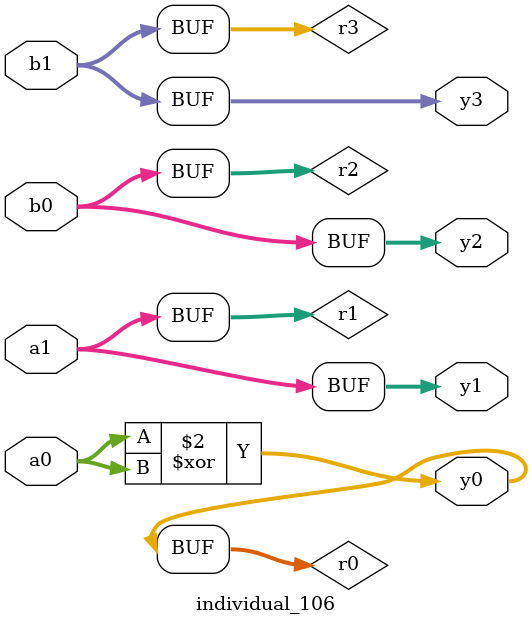
<source format=sv>
module individual_106(input logic [15:0] a1, input logic [15:0] a0, input logic [15:0] b1, input logic [15:0] b0, output logic [15:0] y3, output logic [15:0] y2, output logic [15:0] y1, output logic [15:0] y0);
logic [15:0] r0, r1, r2, r3; 
 always@(*) begin 
	 r0 = a0; r1 = a1; r2 = b0; r3 = b1; 
 	 r0  ^=  r0 ;
 	 y3 = r3; y2 = r2; y1 = r1; y0 = r0; 
end
endmodule
</source>
